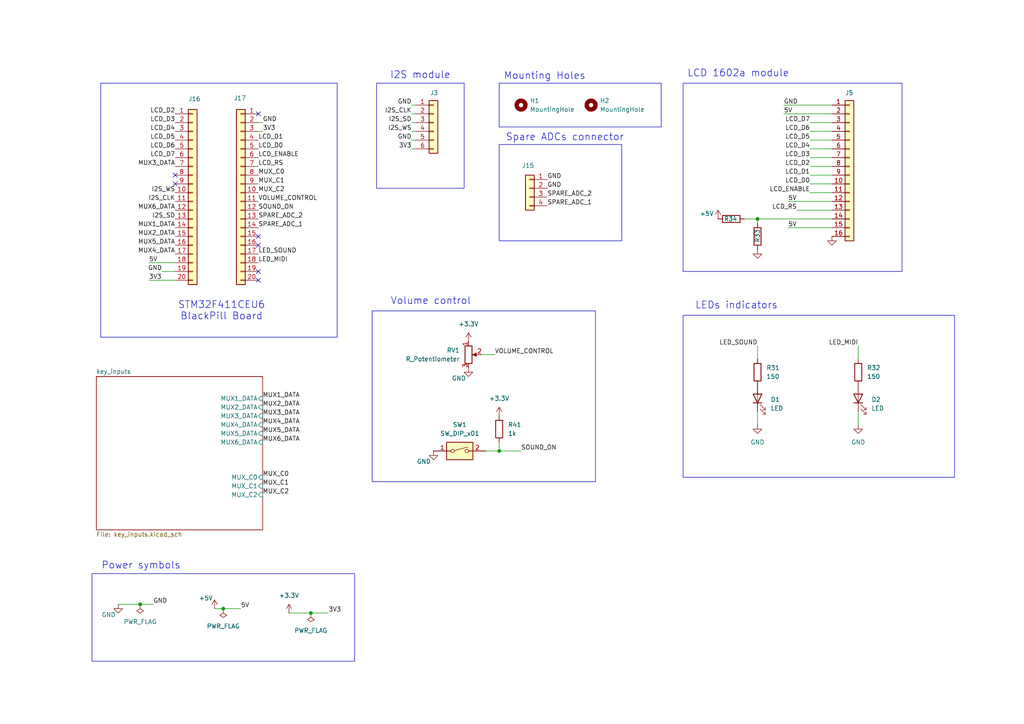
<source format=kicad_sch>
(kicad_sch (version 20231120) (generator "eeschema") (generator_version "8.0")
  (paper "A4")
  (title_block (title "Pedai") (date "2024-12-07") (company "Giacomo Mazzucchi"))
  (lib_symbols
    (symbol "Conn_01x20_2" (pin_names (offset 1.016) hide)
      (property "Reference" "J" (at 0 25.4 0))
      (property "Value" "Conn_01x20" (at 0 -27.94 0))
      (symbol "Conn_01x20_2_1_1"
        (rectangle (start -1.27 -25.273) (end 0 -25.527) (stroke (width 0.1524)))
        (rectangle (start -1.27 -22.733) (end 0 -22.987) (stroke (width 0.1524)))
        (rectangle (start -1.27 -20.193) (end 0 -20.447) (stroke (width 0.1524)))
        (rectangle (start -1.27 -17.653) (end 0 -17.907) (stroke (width 0.1524)))
        (rectangle (start -1.27 -15.113) (end 0 -15.367) (stroke (width 0.1524)))
        (rectangle (start -1.27 -12.573) (end 0 -12.827) (stroke (width 0.1524)))
        (rectangle (start -1.27 -10.033) (end 0 -10.287) (stroke (width 0.1524)))
        (rectangle (start -1.27 -7.493) (end 0 -7.747) (stroke (width 0.1524)))
        (rectangle (start -1.27 -4.953) (end 0 -5.207) (stroke (width 0.1524)))
        (rectangle (start -1.27 -2.413) (end 0 -2.667) (stroke (width 0.1524)))
        (rectangle (start -1.27 0.127) (end 0 -0.127) (stroke (width 0.1524)))
        (rectangle (start -1.27 2.667) (end 0 2.413) (stroke (width 0.1524)))
        (rectangle (start -1.27 5.207) (end 0 4.953) (stroke (width 0.1524)))
        (rectangle (start -1.27 7.747) (end 0 7.493) (stroke (width 0.1524)))
        (rectangle (start -1.27 10.287) (end 0 10.033) (stroke (width 0.1524)))
        (rectangle (start -1.27 12.827) (end 0 12.573) (stroke (width 0.1524)))
        (rectangle (start -1.27 15.367) (end 0 15.113) (stroke (width 0.1524)))
        (rectangle (start -1.27 17.907) (end 0 17.653) (stroke (width 0.1524)))
        (rectangle (start -1.27 20.447) (end 0 20.193) (stroke (width 0.1524)))
        (rectangle (start -1.27 22.987) (end 0 22.733) (stroke (width 0.1524)))
        (rectangle (start -1.27 24.13) (end 1.27 -26.67) (stroke (width 0.254)) (fill (type background)))
        (pin passive line (at -5.08 22.86 0) (length 3.81) (name "Pin_1") (number "1"))
        (pin passive line (at -5.08 0 0) (length 3.81) (name "Pin_10") (number "10"))
        (pin passive line (at -5.08 -2.54 0) (length 3.81) (name "Pin_11") (number "11"))
        (pin passive line (at -5.08 -5.08 0) (length 3.81) (name "Pin_12") (number "12"))
        (pin passive line (at -5.08 -7.62 0) (length 3.81) (name "Pin_13") (number "13"))
        (pin passive line (at -5.08 -10.16 0) (length 3.81) (name "Pin_14") (number "14"))
        (pin passive line (at -5.08 -12.7 0) (length 3.81) (name "Pin_15") (number "15"))
        (pin passive line (at -5.08 -15.24 0) (length 3.81) (name "Pin_16") (number "16"))
        (pin passive line (at -5.08 -17.78 0) (length 3.81) (name "Pin_17") (number "17"))
        (pin passive line (at -5.08 -20.32 0) (length 3.81) (name "Pin_18") (number "18"))
        (pin passive line (at -5.08 -22.86 0) (length 3.81) (name "Pin_19") (number "19"))
        (pin passive line (at -5.08 20.32 0) (length 3.81) (name "Pin_2") (number "2"))
        (pin passive line (at -5.08 -25.4 0) (length 3.81) (name "Pin_20") (number "20"))
        (pin passive line (at -5.08 17.78 0) (length 3.81) (name "Pin_3") (number "3"))
        (pin passive line (at -5.08 15.24 0) (length 3.81) (name "Pin_4") (number "4"))
        (pin passive line (at -5.08 12.7 0) (length 3.81) (name "Pin_5") (number "5"))
        (pin passive line (at -5.08 10.16 0) (length 3.81) (name "Pin_6") (number "6"))
        (pin passive line (at -5.08 7.62 0) (length 3.81) (name "Pin_7") (number "7"))
        (pin passive line (at -5.08 5.08 0) (length 3.81) (name "Pin_8") (number "8"))
        (pin passive line (at -5.08 2.54 0) (length 3.81) (name "Pin_9") (number "9"))
      )
    )
    (symbol "Connector_Generic:Conn_01x04" (pin_names (offset 1.016) hide)
      (property "Reference" "J" (at 0 5.08 0))
      (property "Value" "Conn_01x04" (at 0 -7.62 0))
      (symbol "Conn_01x04_1_1"
        (rectangle (start -1.27 -4.953) (end 0 -5.207) (stroke (width 0.1524)))
        (rectangle (start -1.27 -2.413) (end 0 -2.667) (stroke (width 0.1524)))
        (rectangle (start -1.27 0.127) (end 0 -0.127) (stroke (width 0.1524)))
        (rectangle (start -1.27 2.667) (end 0 2.413) (stroke (width 0.1524)))
        (rectangle (start -1.27 3.81) (end 1.27 -6.35) (stroke (width 0.254)) (fill (type background)))
        (pin passive line (at -5.08 2.54 0) (length 3.81) (name "Pin_1") (number "1"))
        (pin passive line (at -5.08 0 0) (length 3.81) (name "Pin_2") (number "2"))
        (pin passive line (at -5.08 -2.54 0) (length 3.81) (name "Pin_3") (number "3"))
        (pin passive line (at -5.08 -5.08 0) (length 3.81) (name "Pin_4") (number "4"))
      )
    )
    (symbol "Connector_Generic:Conn_01x06" (pin_names (offset 1.016) hide)
      (property "Reference" "J" (at 0 7.62 0))
      (property "Value" "Conn_01x06" (at 0 -10.16 0))
      (symbol "Conn_01x06_1_1"
        (rectangle (start -1.27 -7.493) (end 0 -7.747) (stroke (width 0.1524)))
        (rectangle (start -1.27 -4.953) (end 0 -5.207) (stroke (width 0.1524)))
        (rectangle (start -1.27 -2.413) (end 0 -2.667) (stroke (width 0.1524)))
        (rectangle (start -1.27 0.127) (end 0 -0.127) (stroke (width 0.1524)))
        (rectangle (start -1.27 2.667) (end 0 2.413) (stroke (width 0.1524)))
        (rectangle (start -1.27 5.207) (end 0 4.953) (stroke (width 0.1524)))
        (rectangle (start -1.27 6.35) (end 1.27 -8.89) (stroke (width 0.254)) (fill (type background)))
        (pin passive line (at -5.08 5.08 0) (length 3.81) (name "Pin_1") (number "1"))
        (pin passive line (at -5.08 2.54 0) (length 3.81) (name "Pin_2") (number "2"))
        (pin passive line (at -5.08 0 0) (length 3.81) (name "Pin_3") (number "3"))
        (pin passive line (at -5.08 -2.54 0) (length 3.81) (name "Pin_4") (number "4"))
        (pin passive line (at -5.08 -5.08 0) (length 3.81) (name "Pin_5") (number "5"))
        (pin passive line (at -5.08 -7.62 0) (length 3.81) (name "Pin_6") (number "6"))
      )
    )
    (symbol "Connector_Generic:Conn_01x16" (pin_names (offset 1.016) hide)
      (property "Reference" "J" (at 0 20.32 0))
      (property "Value" "Conn_01x16" (at 0 -22.86 0))
      (symbol "Conn_01x16_1_1"
        (rectangle (start -1.27 -20.193) (end 0 -20.447) (stroke (width 0.1524)))
        (rectangle (start -1.27 -17.653) (end 0 -17.907) (stroke (width 0.1524)))
        (rectangle (start -1.27 -15.113) (end 0 -15.367) (stroke (width 0.1524)))
        (rectangle (start -1.27 -12.573) (end 0 -12.827) (stroke (width 0.1524)))
        (rectangle (start -1.27 -10.033) (end 0 -10.287) (stroke (width 0.1524)))
        (rectangle (start -1.27 -7.493) (end 0 -7.747) (stroke (width 0.1524)))
        (rectangle (start -1.27 -4.953) (end 0 -5.207) (stroke (width 0.1524)))
        (rectangle (start -1.27 -2.413) (end 0 -2.667) (stroke (width 0.1524)))
        (rectangle (start -1.27 0.127) (end 0 -0.127) (stroke (width 0.1524)))
        (rectangle (start -1.27 2.667) (end 0 2.413) (stroke (width 0.1524)))
        (rectangle (start -1.27 5.207) (end 0 4.953) (stroke (width 0.1524)))
        (rectangle (start -1.27 7.747) (end 0 7.493) (stroke (width 0.1524)))
        (rectangle (start -1.27 10.287) (end 0 10.033) (stroke (width 0.1524)))
        (rectangle (start -1.27 12.827) (end 0 12.573) (stroke (width 0.1524)))
        (rectangle (start -1.27 15.367) (end 0 15.113) (stroke (width 0.1524)))
        (rectangle (start -1.27 17.907) (end 0 17.653) (stroke (width 0.1524)))
        (rectangle (start -1.27 19.05) (end 1.27 -21.59) (stroke (width 0.254)) (fill (type background)))
        (pin passive line (at -5.08 17.78 0) (length 3.81) (name "Pin_1") (number "1"))
        (pin passive line (at -5.08 -5.08 0) (length 3.81) (name "Pin_10") (number "10"))
        (pin passive line (at -5.08 -7.62 0) (length 3.81) (name "Pin_11") (number "11"))
        (pin passive line (at -5.08 -10.16 0) (length 3.81) (name "Pin_12") (number "12"))
        (pin passive line (at -5.08 -12.7 0) (length 3.81) (name "Pin_13") (number "13"))
        (pin passive line (at -5.08 -15.24 0) (length 3.81) (name "Pin_14") (number "14"))
        (pin passive line (at -5.08 -17.78 0) (length 3.81) (name "Pin_15") (number "15"))
        (pin passive line (at -5.08 -20.32 0) (length 3.81) (name "Pin_16") (number "16"))
        (pin passive line (at -5.08 15.24 0) (length 3.81) (name "Pin_2") (number "2"))
        (pin passive line (at -5.08 12.7 0) (length 3.81) (name "Pin_3") (number "3"))
        (pin passive line (at -5.08 10.16 0) (length 3.81) (name "Pin_4") (number "4"))
        (pin passive line (at -5.08 7.62 0) (length 3.81) (name "Pin_5") (number "5"))
        (pin passive line (at -5.08 5.08 0) (length 3.81) (name "Pin_6") (number "6"))
        (pin passive line (at -5.08 2.54 0) (length 3.81) (name "Pin_7") (number "7"))
        (pin passive line (at -5.08 0 0) (length 3.81) (name "Pin_8") (number "8"))
        (pin passive line (at -5.08 -2.54 0) (length 3.81) (name "Pin_9") (number "9"))
      )
    )
    (symbol "Device:LED" (pin_numbers hide) (pin_names (offset 1.016) hide)
      (property "Reference" "D" (at 0 2.54 0))
      (property "Value" "LED" (at 0 -2.54 0))
      (symbol "LED_0_1"
        (polyline (pts (xy -1.27 -1.27) (xy -1.27 1.27)) (stroke (width 0.254)))
        (polyline (pts (xy -1.27 0) (xy 1.27 0)))
        (polyline (pts (xy 1.27 -1.27) (xy 1.27 1.27) (xy -1.27 0) (xy 1.27 -1.27)) (stroke (width 0.254)))
        (polyline (pts (xy -3.048 -0.762) (xy -4.572 -2.286) (xy -3.81 -2.286) (xy -4.572 -2.286) (xy -4.572 -1.524)))
        (polyline (pts (xy -1.778 -0.762) (xy -3.302 -2.286) (xy -2.54 -2.286) (xy -3.302 -2.286) (xy -3.302 -1.524)))
      )
      (symbol "LED_1_1"
        (pin passive line (at -3.81 0 0) (length 2.54) (name "K") (number "1"))
        (pin passive line (at 3.81 0 180) (length 2.54) (name "A") (number "2"))
      )
    )
    (symbol "Device:R" (pin_numbers hide) (pin_names (offset 0))
      (property "Reference" "R" (at 2.032 0 90))
      (property "Value" "R" (at 0 0 90))
      (symbol "R_0_1"
        (rectangle (start -1.016 -2.54) (end 1.016 2.54) (stroke (width 0.254)))
      )
      (symbol "R_1_1"
        (pin passive line (at 0 3.81 270) (length 1.27) (name "~") (number "1"))
        (pin passive line (at 0 -3.81 90) (length 1.27) (name "~") (number "2"))
      )
    )
    (symbol "Device:R_Potentiometer" (pin_names (offset 1.016) hide)
      (property "Reference" "RV" (at -4.445 0 90))
      (property "Value" "R_Potentiometer" (at -2.54 0 90))
      (symbol "R_Potentiometer_0_1"
        (polyline (pts (xy 2.54 0) (xy 1.524 0)))
        (polyline (pts (xy 1.143 0) (xy 2.286 0.508) (xy 2.286 -0.508) (xy 1.143 0)) (fill (type outline)))
        (rectangle (start 1.016 2.54) (end -1.016 -2.54) (stroke (width 0.254)))
      )
      (symbol "R_Potentiometer_1_1"
        (pin passive line (at 0 3.81 270) (length 1.27) (name "1") (number "1"))
        (pin passive line (at 3.81 0 180) (length 1.27) (name "2") (number "2"))
        (pin passive line (at 0 -3.81 90) (length 1.27) (name "3") (number "3"))
      )
    )
    (symbol "Mechanical:MountingHole" (pin_names (offset 1.016)) (exclude_from_sim yes) (in_bom no)
      (property "Reference" "H" (at 0 5.08 0))
      (property "Value" "MountingHole" (at 0 3.175 0))
      (symbol "MountingHole_0_1"
        (circle (center 0 0) (radius 1.27) (stroke (width 1.27)))
      )
    )
    (symbol "Switch:SW_DIP_x01" (pin_names (offset 0) hide)
      (property "Reference" "SW" (at 0 3.81 0))
      (property "Value" "SW_DIP_x01" (at 0 -3.81 0))
      (symbol "SW_DIP_x01_0_0"
        (circle (center -2.032 0) (radius 0.508))
        (polyline (pts (xy -1.524 0.127) (xy 2.3622 1.1684)))
        (circle (center 2.032 0) (radius 0.508))
      )
      (symbol "SW_DIP_x01_0_1"
        (rectangle (start -3.81 2.54) (end 3.81 -2.54) (stroke (width 0.254)) (fill (type background)))
      )
      (symbol "SW_DIP_x01_1_1"
        (pin passive line (at -7.62 0 0) (length 5.08) (name "~") (number "1"))
        (pin passive line (at 7.62 0 180) (length 5.08) (name "~") (number "2"))
      )
    )
    (symbol "power:+3.3V" (power) (pin_numbers hide) (pin_names (offset 0) hide)
      (property "Value" "+3.3V" (at 0 3.556 0))
      (symbol "+3.3V_0_1"
        (polyline (pts (xy -0.762 1.27) (xy 0 2.54)))
        (polyline (pts (xy 0 0) (xy 0 2.54)))
        (polyline (pts (xy 0 2.54) (xy 0.762 1.27)))
      )
      (symbol "+3.3V_1_1"
        (pin power_in line (at 0 0 90) (length 0) (name "~") (number "1"))
      )
    )
    (symbol "power:+5V" (power) (pin_numbers hide) (pin_names (offset 0) hide)
      (property "Value" "+5V" (at 0 3.556 0))
      (symbol "+5V_0_1"
        (polyline (pts (xy -0.762 1.27) (xy 0 2.54)))
        (polyline (pts (xy 0 0) (xy 0 2.54)))
        (polyline (pts (xy 0 2.54) (xy 0.762 1.27)))
      )
      (symbol "+5V_1_1"
        (pin power_in line (at 0 0 90) (length 0) (name "~") (number "1"))
      )
    )
    (symbol "power:GND" (power) (pin_numbers hide) (pin_names (offset 0) hide)
      (property "Value" "GND" (at 0 -3.81 0))
      (symbol "GND_0_1"
        (polyline (pts (xy 0 0) (xy 0 -1.27) (xy 1.27 -1.27) (xy 0 -2.54) (xy -1.27 -1.27) (xy 0 -1.27)))
      )
      (symbol "GND_1_1"
        (pin power_in line (at 0 0 270) (length 0) (name "~") (number "1"))
      )
    )
    (symbol "power:PWR_FLAG" (power) (pin_numbers hide) (pin_names (offset 0) hide)
      (property "Value" "PWR_FLAG" (at 0 3.81 0))
      (symbol "PWR_FLAG_0_0"
        (pin power_out line (at 0 0 90) (length 0) (name "~") (number "1"))
      )
      (symbol "PWR_FLAG_0_1"
        (polyline (pts (xy 0 0) (xy 0 1.27) (xy -1.016 1.905) (xy 0 2.54) (xy 1.016 1.905) (xy 0 1.27)))
      )
    )
  )
  (junction (at 64.77 176.53))
  (junction (at 90.17 177.8))
  (junction (at 40.64 175.26))
  (junction (at 144.78 130.81))
  (junction (at 219.71 63.5))
  (no_connect (at 74.93 78.74))
  (no_connect (at 74.93 68.58))
  (no_connect (at 74.93 81.28))
  (no_connect (at 50.8 50.8))
  (no_connect (at 50.8 53.34))
  (no_connect (at 74.93 33.02))
  (no_connect (at 74.93 71.12))
  (wire (pts (xy 119.38 35.56) (xy 120.65 35.56)))
  (wire (pts (xy 234.95 40.64) (xy 241.3 40.64)))
  (wire (pts (xy 64.77 176.53) (xy 62.23 176.53)))
  (wire (pts (xy 144.78 130.81) (xy 144.78 128.27)))
  (wire (pts (xy 43.18 81.28) (xy 50.8 81.28)))
  (wire (pts (xy 215.9 63.5) (xy 219.71 63.5)))
  (wire (pts (xy 248.92 123.19) (xy 248.92 119.38)))
  (wire (pts (xy 248.92 100.33) (xy 248.92 104.14)))
  (wire (pts (xy 219.71 63.5) (xy 219.71 64.77)))
  (wire (pts (xy 234.95 43.18) (xy 241.3 43.18)))
  (wire (pts (xy 140.97 130.81) (xy 144.78 130.81)))
  (wire (pts (xy 119.38 40.64) (xy 120.65 40.64)))
  (wire (pts (xy 228.6 66.04) (xy 241.3 66.04)))
  (wire (pts (xy 119.38 30.48) (xy 120.65 30.48)))
  (wire (pts (xy 76.2 35.56) (xy 74.93 35.56)))
  (wire (pts (xy 76.2 38.1) (xy 74.93 38.1)))
  (wire (pts (xy 234.95 55.88) (xy 241.3 55.88)))
  (wire (pts (xy 227.33 30.48) (xy 241.3 30.48)))
  (wire (pts (xy 119.38 33.02) (xy 120.65 33.02)))
  (wire (pts (xy 234.95 38.1) (xy 241.3 38.1)))
  (wire (pts (xy 119.38 43.18) (xy 120.65 43.18)))
  (wire (pts (xy 144.78 130.81) (xy 151.13 130.81)))
  (wire (pts (xy 143.51 102.87) (xy 139.7 102.87)))
  (wire (pts (xy 234.95 50.8) (xy 241.3 50.8)))
  (wire (pts (xy 227.33 33.02) (xy 241.3 33.02)))
  (wire (pts (xy 46.99 78.74) (xy 50.8 78.74)))
  (wire (pts (xy 83.82 177.8) (xy 90.17 177.8)))
  (wire (pts (xy 234.95 35.56) (xy 241.3 35.56)))
  (wire (pts (xy 231.14 60.96) (xy 241.3 60.96)))
  (wire (pts (xy 234.95 48.26) (xy 241.3 48.26)))
  (wire (pts (xy 90.17 177.8) (xy 95.25 177.8)))
  (wire (pts (xy 40.64 175.26) (xy 34.29 175.26)))
  (wire (pts (xy 119.38 38.1) (xy 120.65 38.1)))
  (wire (pts (xy 219.71 123.19) (xy 219.71 119.38)))
  (wire (pts (xy 234.95 45.72) (xy 241.3 45.72)))
  (wire (pts (xy 234.95 53.34) (xy 241.3 53.34)))
  (wire (pts (xy 44.45 175.26) (xy 40.64 175.26)))
  (wire (pts (xy 219.71 100.33) (xy 219.71 104.14)))
  (wire (pts (xy 69.85 176.53) (xy 64.77 176.53)))
  (wire (pts (xy 219.71 63.5) (xy 241.3 63.5)))
  (wire (pts (xy 228.6 58.42) (xy 241.3 58.42)))
  (wire (pts (xy 43.18 76.2) (xy 50.8 76.2)))
  (rectangle (start 29.21 24.13) (end 97.79 97.79))
  (rectangle (start 198.12 91.44) (end 276.86 138.43))
  (rectangle (start 109.22 24.13) (end 134.62 54.61))
  (rectangle (start 198.12 24.13) (end 261.62 78.74))
  (rectangle (start 144.78 41.91) (end 180.34 69.85))
  (rectangle (start 107.95 90.17) (end 172.72 139.7))
  (rectangle (start 144.78 24.13) (end 191.77 36.83))
  (rectangle (start 26.67 166.37) (end 102.87 191.77))
  (text "Spare ADCs connector" (at 163.83 39.878 0) (effects (font (size 2.032 2.032))))
  (text "LEDs indicators" (at 213.614 88.646 0) (effects (font (size 2.032 2.032))))
  (text "STM32F411CEU6\nBlackPill Board" (at 64.262 90.17 0) (effects (font (size 2.032 2.032))))
  (text "Volume control" (at 124.968 87.376 0) (effects (font (size 2.032 2.032))))
  (text "Power symbols" (at 40.894 164.084 0) (effects (font (size 2.032 2.032))))
  (text "Mounting Holes" (at 157.988 22.098 0) (effects (font (size 2.032 2.032))))
  (text "I2S module" (at 121.92 21.844 0) (effects (font (size 2.032 2.032))))
  (text "LCD 1602a module" (at 214.122 21.336 0) (effects (font (size 2.032 2.032))))
  (label "LCD_ENABLE" (at 74.93 45.72 0))
  (label "SPARE_ADC_1" (at 158.75 59.69 0))
  (label "I2S_WS" (at 119.38 38.1 180))
  (label "MUX4_DATA" (at 50.8 73.66 180))
  (label "5V" (at 227.33 33.02 0))
  (label "MUX1_DATA" (at 76.2 115.57 0))
  (label "I2S_CLK" (at 119.38 33.02 180))
  (label "GND" (at 158.75 52.07 0))
  (label "LCD_D3" (at 234.95 45.72 180))
  (label "SOUND_ON" (at 151.13 130.81 0))
  (label "LCD_RS" (at 231.14 60.96 180))
  (label "MUX5_DATA" (at 76.2 125.73 0))
  (label "VOLUME_CONTROL" (at 74.93 58.42 0))
  (label "3V3" (at 95.25 177.8 0))
  (label "GND" (at 158.75 54.61 0))
  (label "5V" (at 228.6 58.42 0))
  (label "MUX6_DATA" (at 76.2 128.27 0))
  (label "LCD_D3" (at 50.8 35.56 180))
  (label "GND" (at 44.45 175.26 0))
  (label "MUX_C2" (at 74.93 55.88 0))
  (label "LCD_D4" (at 50.8 38.1 180))
  (label "GND" (at 119.38 40.64 180))
  (label "LED_MIDI" (at 248.92 100.33 180))
  (label "LCD_D4" (at 234.95 43.18 180))
  (label "I2S_SD" (at 50.8 63.5 180))
  (label "MUX_C0" (at 74.93 50.8 0))
  (label "SPARE_ADC_2" (at 158.75 57.15 0))
  (label "MUX_C1" (at 74.93 53.34 0))
  (label "LED_SOUND" (at 219.71 100.33 180))
  (label "MUX_C0" (at 76.2 138.43 0))
  (label "VOLUME_CONTROL" (at 143.51 102.87 0))
  (label "5V" (at 228.6 66.04 0))
  (label "LCD_D1" (at 74.93 40.64 0))
  (label "LCD_D7" (at 50.8 45.72 180))
  (label "I2S_CLK" (at 50.8 58.42 180))
  (label "LCD_D2" (at 50.8 33.02 180))
  (label "MUX_C1" (at 76.2 140.97 0))
  (label "MUX1_DATA" (at 50.8 66.04 180))
  (label "MUX_C2" (at 76.2 143.51 0))
  (label "3V3" (at 119.38 43.18 180))
  (label "SPARE_ADC_1" (at 74.93 66.04 0))
  (label "GND" (at 76.2 35.56 0))
  (label "LCD_D0" (at 74.93 43.18 0))
  (label "I2S_SD" (at 119.38 35.56 180))
  (label "LCD_D6" (at 50.8 43.18 180))
  (label "LED_MIDI" (at 74.93 76.2 0))
  (label "3V3" (at 76.2 38.1 0))
  (label "LCD_D1" (at 234.95 50.8 180))
  (label "SOUND_ON" (at 74.93 60.96 0))
  (label "GND" (at 46.99 78.74 180))
  (label "MUX6_DATA" (at 50.8 60.96 180))
  (label "LCD_D7" (at 234.95 35.56 180))
  (label "3V3" (at 43.18 81.28 0))
  (label "I2S_WS" (at 50.8 55.88 180))
  (label "5V" (at 43.18 76.2 0))
  (label "LCD_D0" (at 234.95 53.34 180))
  (label "MUX4_DATA" (at 76.2 123.19 0))
  (label "SPARE_ADC_2" (at 74.93 63.5 0))
  (label "GND" (at 119.38 30.48 180))
  (label "LCD_D5" (at 234.95 40.64 180))
  (label "LCD_D6" (at 234.95 38.1 180))
  (label "LCD_D5" (at 50.8 40.64 180))
  (label "MUX5_DATA" (at 50.8 71.12 180))
  (label "MUX2_DATA" (at 76.2 118.11 0))
  (label "MUX3_DATA" (at 76.2 120.65 0))
  (label "LCD_D2" (at 234.95 48.26 180))
  (label "5V" (at 69.85 176.53 0))
  (label "LCD_ENABLE" (at 234.95 55.88 180))
  (label "LED_SOUND" (at 74.93 73.66 0))
  (label "GND" (at 227.33 30.48 0))
  (label "MUX2_DATA" (at 50.8 68.58 180))
  (label "MUX3_DATA" (at 50.8 48.26 180))
  (label "LCD_RS" (at 74.93 48.26 0))
  (symbol (lib_id "power:GND") (at 248.92 123.19 0) (unit 1)
    (property "Reference" "#PWR032" (effects (hide yes)))
    (property "Value" "GND" (at 248.92 128.27 0))
    (property "Description" "Power symbol creates a global label with name \"GND\" , ground" (effects (hide yes)))
  )
  (symbol (lib_id "Connector_Generic:Conn_01x04") (at 153.67 54.61 0) (mirror y) (unit 1)
    (property "Reference" "J15" (at 153.162 48.006 0))
    (property "Value" "Spare_ADC" (effects (hide yes)))
    (property "Footprint" "Connector_PinHeader_2.54mm:PinHeader_1x04_P2.54mm_Vertical" (effects (hide yes)))
    (property "Description" "Generic connector, single row, 01x04, script generated (kicad-library-utils/schlib/autogen/connector/)" (effects (hide yes)))
  )
  (symbol (lib_id "power:GND") (at 219.71 123.19 0) (unit 1)
    (property "Reference" "#PWR031" (effects (hide yes)))
    (property "Value" "GND" (at 219.71 128.27 0))
    (property "Description" "Power symbol creates a global label with name \"GND\" , ground" (effects (hide yes)))
  )
  (symbol (lib_id "Device:R_Potentiometer") (at 135.89 102.87 0) (unit 1)
    (property "Reference" "RV1" (at 133.35 101.5999 0) (effects (justify right)))
    (property "Value" "R_Potentiometer" (at 133.35 104.1399 0) (effects (justify right)))
    (property "Footprint" "Potentiometer_THT:Potentiometer_Alps_RK163_Single_Horizontal" (effects (hide yes)))
    (property "Description" "Potentiometer" (effects (hide yes)))
  )
  (symbol (lib_name "Conn_01x20_2") (lib_id "Connector_Generic:Conn_01x20") (at 69.85 55.88 0) (mirror y) (unit 1)
    (property "Reference" "J17" (at 71.374 28.448 0) (effects (justify left)))
    (property "Value" "right_connector_blackpill" (effects (hide yes)))
    (property "Footprint" "Connector_PinSocket_2.54mm:PinSocket_1x20_P2.54mm_Vertical" (effects (hide yes)))
    (property "Description" "Generic connector, single row, 01x20, script generated (kicad-library-utils/schlib/autogen/connector/)" (effects (hide yes)))
  )
  (symbol (lib_id "power:PWR_FLAG") (at 64.77 176.53 0) (mirror x) (unit 1)
    (property "Reference" "#FLG02" (effects (hide yes)))
    (property "Value" "PWR_FLAG" (at 64.77 181.61 0))
    (property "Description" "Special symbol for telling ERC where power comes from" (effects (hide yes)))
  )
  (symbol (lib_id "Mechanical:MountingHole") (at 151.13 30.48 0) (unit 1) (exclude_from_sim yes) (in_bom no)
    (property "Reference" "H1" (at 153.67 29.2099 0) (effects (justify left)))
    (property "Value" "MountingHole" (at 153.67 31.7499 0) (effects (justify left)))
    (property "Footprint" "MountingHole:MountingHole_4.3mm_M4" (effects (hide yes)))
    (property "Description" "Mounting Hole without connection" (effects (hide yes)))
  )
  (symbol (lib_id "Mechanical:MountingHole") (at 171.45 30.48 0) (unit 1) (exclude_from_sim yes) (in_bom no)
    (property "Reference" "H2" (at 173.99 29.2099 0) (effects (justify left)))
    (property "Value" "MountingHole" (at 173.99 31.7499 0) (effects (justify left)))
    (property "Footprint" "MountingHole:MountingHole_4.3mm_M4" (effects (hide yes)))
    (property "Description" "Mounting Hole without connection" (effects (hide yes)))
  )
  (symbol (lib_id "Device:LED") (at 219.71 115.57 90) (unit 1)
    (property "Reference" "D1" (at 223.52 115.8874 90) (effects (justify right)))
    (property "Value" "LED" (at 223.52 118.4274 90) (effects (justify right)))
    (property "Footprint" "LED_THT:LED_D3.0mm" (effects (hide yes)))
    (property "Description" "Light emitting diode" (effects (hide yes)))
  )
  (symbol (lib_id "power:GND") (at 219.71 72.39 0) (unit 1)
    (property "Reference" "#PWR043" (effects (hide yes)))
    (property "Value" "GND" (effects (hide yes)))
    (property "Description" "Power symbol creates a global label with name \"GND\" , ground" (effects (hide yes)))
  )
  (symbol (lib_id "power:+3.3V") (at 135.89 99.06 0) (unit 1)
    (property "Reference" "#PWR033" (effects (hide yes)))
    (property "Value" "+3.3V" (at 135.89 93.98 0))
    (property "Description" "Power symbol creates a global label with name \"+3.3V\"" (effects (hide yes)))
  )
  (symbol (lib_id "Device:R") (at 219.71 68.58 0) (mirror y) (unit 1)
    (property "Reference" "R33" (at 219.71 70.358 90) (effects (justify left)))
    (property "Value" "R" (effects (hide yes)))
    (property "Footprint" "Resistor_THT:R_Axial_DIN0204_L3.6mm_D1.6mm_P5.08mm_Horizontal" (effects (hide yes)))
    (property "Description" "Resistor" (effects (hide yes)))
  )
  (symbol (lib_id "power:GND") (at 125.73 130.81 0) (unit 1)
    (property "Reference" "#PWR036" (effects (hide yes)))
    (property "Value" "GND" (at 122.936 133.858 0))
    (property "Description" "Power symbol creates a global label with name \"GND\" , ground" (effects (hide yes)))
  )
  (symbol (lib_id "power:GND") (at 34.29 175.26 0) (unit 1)
    (property "Reference" "#PWR048" (effects (hide yes)))
    (property "Value" "GND" (at 31.496 178.308 0))
    (property "Description" "Power symbol creates a global label with name \"GND\" , ground" (effects (hide yes)))
  )
  (symbol (lib_id "power:PWR_FLAG") (at 40.64 175.26 0) (mirror x) (unit 1)
    (property "Reference" "#FLG03" (effects (hide yes)))
    (property "Value" "PWR_FLAG" (at 40.64 180.34 0))
    (property "Description" "Special symbol for telling ERC where power comes from" (effects (hide yes)))
  )
  (symbol (lib_id "Device:R") (at 248.92 107.95 0) (unit 1)
    (property "Reference" "R32" (at 251.46 106.6799 0) (effects (justify left)))
    (property "Value" "150" (at 251.46 109.2199 0) (effects (justify left)))
    (property "Footprint" "Resistor_THT:R_Axial_DIN0204_L3.6mm_D1.6mm_P5.08mm_Horizontal" (effects (hide yes)))
    (property "Description" "Resistor" (effects (hide yes)))
  )
  (symbol (lib_id "Connector_Generic:Conn_01x16") (at 246.38 48.26 0) (unit 1)
    (property "Reference" "J5" (at 245.11 26.924 0) (effects (justify left)))
    (property "Value" "LCD1602a" (effects (hide yes)))
    (property "Footprint" "Connector_PinSocket_2.54mm:PinSocket_1x16_P2.54mm_Vertical" (effects (hide yes)))
    (property "Description" "Generic connector, single row, 01x16, script generated (kicad-library-utils/schlib/autogen/connector/)" (effects (hide yes)))
  )
  (symbol (lib_id "Device:R") (at 219.71 107.95 0) (unit 1)
    (property "Reference" "R31" (at 222.25 106.6799 0) (effects (justify left)))
    (property "Value" "150" (at 222.25 109.2199 0) (effects (justify left)))
    (property "Footprint" "Resistor_THT:R_Axial_DIN0204_L3.6mm_D1.6mm_P5.08mm_Horizontal" (effects (hide yes)))
    (property "Description" "Resistor" (effects (hide yes)))
  )
  (symbol (lib_id "power:+5V") (at 208.28 63.5 0) (unit 1)
    (property "Reference" "#PWR042" (effects (hide yes)))
    (property "Value" "+5V" (at 204.978 61.976 0))
    (property "Description" "Power symbol creates a global label with name \"+5V\"" (effects (hide yes)))
  )
  (symbol (lib_id "Connector_Generic:Conn_01x06") (at 125.73 35.56 0) (unit 1)
    (property "Reference" "J3" (at 124.714 26.924 0) (effects (justify left)))
    (property "Value" "I2S_module" (effects (hide yes)))
    (property "Footprint" "Connector_PinSocket_2.54mm:PinSocket_1x06_P2.54mm_Vertical" (effects (hide yes)))
    (property "Description" "Generic connector, single row, 01x06, script generated (kicad-library-utils/schlib/autogen/connector/)" (effects (hide yes)))
  )
  (symbol (lib_id "Device:R") (at 144.78 124.46 0) (unit 1)
    (property "Reference" "R41" (at 147.32 123.1899 0) (effects (justify left)))
    (property "Value" "1k" (at 147.32 125.7299 0) (effects (justify left)))
    (property "Footprint" "Resistor_THT:R_Axial_DIN0204_L3.6mm_D1.6mm_P5.08mm_Horizontal" (effects (hide yes)))
    (property "Description" "Resistor" (effects (hide yes)))
  )
  (symbol (lib_id "power:PWR_FLAG") (at 90.17 177.8 0) (mirror x) (unit 1)
    (property "Reference" "#FLG01" (effects (hide yes)))
    (property "Value" "PWR_FLAG" (at 90.17 182.88 0))
    (property "Description" "Special symbol for telling ERC where power comes from" (effects (hide yes)))
  )
  (symbol (lib_id "power:+3.3V") (at 144.78 120.65 0) (unit 1)
    (property "Reference" "#PWR035" (effects (hide yes)))
    (property "Value" "+3.3V" (at 144.78 115.57 0))
    (property "Description" "Power symbol creates a global label with name \"+3.3V\"" (effects (hide yes)))
  )
  (symbol (lib_id "Device:LED") (at 248.92 115.57 90) (unit 1)
    (property "Reference" "D2" (at 252.73 115.8874 90) (effects (justify right)))
    (property "Value" "LED" (at 252.73 118.4274 90) (effects (justify right)))
    (property "Footprint" "LED_THT:LED_D3.0mm" (effects (hide yes)))
    (property "Description" "Light emitting diode" (effects (hide yes)))
  )
  (symbol (lib_id "Device:R") (at 212.09 63.5 90) (unit 1)
    (property "Reference" "R34" (at 213.868 63.5 90) (effects (justify left)))
    (property "Value" "R" (effects (hide yes)))
    (property "Footprint" "Resistor_THT:R_Axial_DIN0204_L3.6mm_D1.6mm_P5.08mm_Horizontal" (effects (hide yes)))
    (property "Description" "Resistor" (effects (hide yes)))
  )
  (symbol (lib_id "power:+3.3V") (at 83.82 177.8 0) (unit 1)
    (property "Reference" "#PWR037" (effects (hide yes)))
    (property "Value" "+3.3V" (at 83.82 172.72 0))
    (property "Description" "Power symbol creates a global label with name \"+3.3V\"" (effects (hide yes)))
  )
  (symbol (lib_id "power:+5V") (at 62.23 176.53 0) (unit 1)
    (property "Reference" "#PWR047" (effects (hide yes)))
    (property "Value" "+5V" (at 59.69 173.482 0))
    (property "Description" "Power symbol creates a global label with name \"+5V\"" (effects (hide yes)))
  )
  (symbol (lib_id "Switch:SW_DIP_x01") (at 133.35 130.81 0) (unit 1)
    (property "Reference" "SW1" (at 133.35 123.19 0))
    (property "Value" "SW_DIP_x01" (at 133.35 125.73 0))
    (property "Footprint" "Library:KCD1-101" (effects (hide yes)))
    (property "Description" "1x DIP Switch, Single Pole Single Throw (SPST) switch, small symbol" (effects (hide yes)))
  )
  (symbol (lib_id "power:GND") (at 241.3 68.58 0) (unit 1)
    (property "Reference" "#PWR040" (effects (hide yes)))
    (property "Value" "GND" (effects (hide yes)))
    (property "Description" "Power symbol creates a global label with name \"GND\" , ground" (effects (hide yes)))
  )
  (symbol (lib_id "power:GND") (at 135.89 106.68 0) (unit 1)
    (property "Reference" "#PWR034" (effects (hide yes)))
    (property "Value" "GND" (at 133.096 109.728 0))
    (property "Description" "Power symbol creates a global label with name \"GND\" , ground" (effects (hide yes)))
  )
  (symbol (lib_name "Conn_01x20_2") (lib_id "Connector_Generic:Conn_01x20") (at 55.88 55.88 0) (unit 1)
    (property "Reference" "J16" (at 54.61 28.702 0) (effects (justify left)))
    (property "Value" "left_connector_blackpill" (effects (hide yes)))
    (property "Footprint" "Connector_PinSocket_2.54mm:PinSocket_1x20_P2.54mm_Vertical" (effects (hide yes)))
    (property "Description" "Generic connector, single row, 01x20, script generated (kicad-library-utils/schlib/autogen/connector/)" (effects (hide yes)))
  )
  (sheet (at 27.94 109.22) (size 48.26 44.45) (stroke (width 0.1524))
    (property "Sheetname" "key_inputs" (at 27.94 108.5084 0) (effects (justify left bottom)))
    (property "Sheetfile" "key_inputs.kicad_sch" (at 27.94 154.2546 0) (effects (justify left top)))
    (pin "MUX_C2" input (at 76.2 143.51 0))
    (pin "MUX_C1" input (at 76.2 140.97 0))
    (pin "MUX_C0" input (at 76.2 138.43 0))
    (pin "MUX2_DATA" input (at 76.2 118.11 0))
    (pin "MUX4_DATA" input (at 76.2 123.19 0))
    (pin "MUX6_DATA" input (at 76.2 128.27 0))
    (pin "MUX1_DATA" input (at 76.2 115.57 0))
    (pin "MUX5_DATA" input (at 76.2 125.73 0))
    (pin "MUX3_DATA" input (at 76.2 120.65 0))
  )
)
</source>
